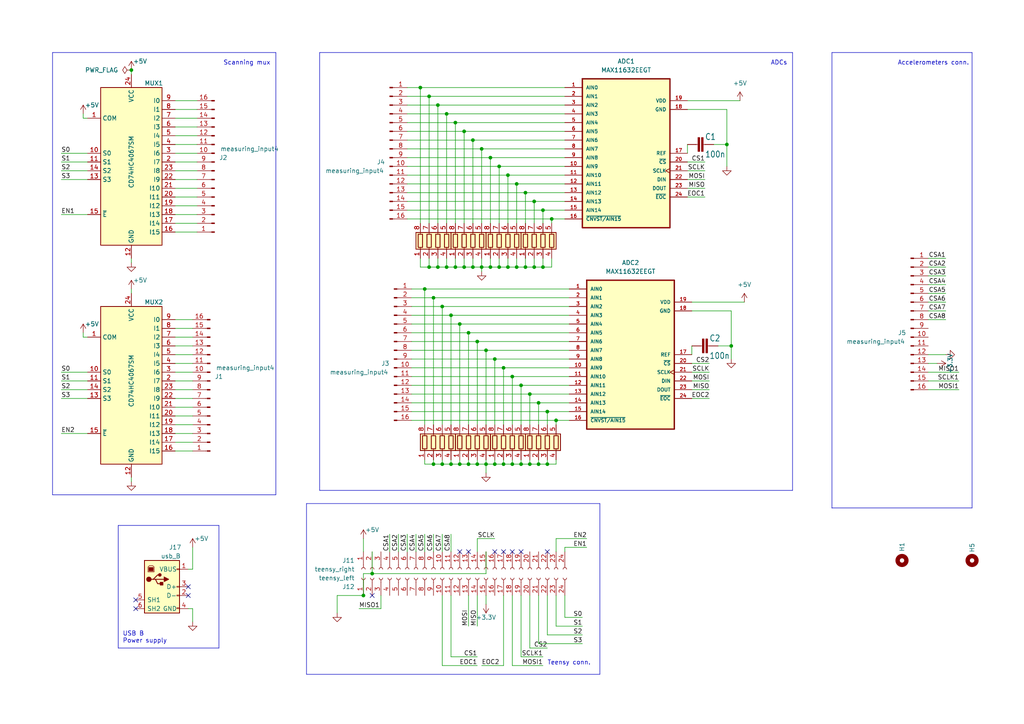
<source format=kicad_sch>
(kicad_sch (version 20230121) (generator eeschema)
  (paper "A4")
  (lib_symbols
    (symbol "74xx:CD74HC4067SM"
      (property "Reference" "U" (at -8.89 22.86 0))
      (property "Value" "CD74HC4067SM" (at 1.27 22.86 0))
      (symbol "CD74HC4067SM_0_1"
        (rectangle (start -8.89 21.59) (end 8.89 -24.13) (stroke (width 0.254)) (fill (type background)))
      )
      (symbol "CD74HC4067SM_1_1"
        (pin passive line (at -12.7 12.7 0) (length 3.81) (name "COM") (number "1"))
        (pin input line (at -12.7 2.54 0) (length 3.81) (name "S0") (number "10"))
        (pin input line (at -12.7 0 0) (length 3.81) (name "S1") (number "11"))
        (pin power_in line (at 0 -27.94 90) (length 3.81) (name "GND") (number "12"))
        (pin input line (at -12.7 -5.08 0) (length 3.81) (name "S3") (number "13"))
        (pin input line (at -12.7 -2.54 0) (length 3.81) (name "S2") (number "14"))
        (pin input line (at -12.7 -15.24 0) (length 3.81) (name "~{E}") (number "15"))
        (pin passive line (at 12.7 -20.32 180) (length 3.81) (name "I15") (number "16"))
        (pin passive line (at 12.7 -17.78 180) (length 3.81) (name "I14") (number "17"))
        (pin passive line (at 12.7 -15.24 180) (length 3.81) (name "I13") (number "18"))
        (pin passive line (at 12.7 -12.7 180) (length 3.81) (name "I12") (number "19"))
        (pin passive line (at 12.7 0 180) (length 3.81) (name "I7") (number "2"))
        (pin passive line (at 12.7 -10.16 180) (length 3.81) (name "I11") (number "20"))
        (pin passive line (at 12.7 -7.62 180) (length 3.81) (name "I10") (number "21"))
        (pin passive line (at 12.7 -5.08 180) (length 3.81) (name "I9") (number "22"))
        (pin passive line (at 12.7 -2.54 180) (length 3.81) (name "I8") (number "23"))
        (pin power_in line (at 0 25.4 270) (length 3.81) (name "VCC") (number "24"))
        (pin passive line (at 12.7 2.54 180) (length 3.81) (name "I6") (number "3"))
        (pin passive line (at 12.7 5.08 180) (length 3.81) (name "I5") (number "4"))
        (pin passive line (at 12.7 7.62 180) (length 3.81) (name "I4") (number "5"))
        (pin passive line (at 12.7 10.16 180) (length 3.81) (name "I3") (number "6"))
        (pin passive line (at 12.7 12.7 180) (length 3.81) (name "I2") (number "7"))
        (pin passive line (at 12.7 15.24 180) (length 3.81) (name "I1") (number "8"))
        (pin passive line (at 12.7 17.78 180) (length 3.81) (name "I0") (number "9"))
      )
    )
    (symbol "Connector:Conn_01x16_Pin" (pin_names (offset 1.016) hide)
      (property "Reference" "J" (at 0 20.32 0))
      (property "Value" "Conn_01x16_Pin" (at 0 -22.86 0))
      (symbol "Conn_01x16_Pin_1_1"
        (polyline (pts (xy 1.27 -20.32) (xy 0.8636 -20.32)) (stroke (width 0.1524)))
        (polyline (pts (xy 1.27 -17.78) (xy 0.8636 -17.78)) (stroke (width 0.1524)))
        (polyline (pts (xy 1.27 -15.24) (xy 0.8636 -15.24)) (stroke (width 0.1524)))
        (polyline (pts (xy 1.27 -12.7) (xy 0.8636 -12.7)) (stroke (width 0.1524)))
        (polyline (pts (xy 1.27 -10.16) (xy 0.8636 -10.16)) (stroke (width 0.1524)))
        (polyline (pts (xy 1.27 -7.62) (xy 0.8636 -7.62)) (stroke (width 0.1524)))
        (polyline (pts (xy 1.27 -5.08) (xy 0.8636 -5.08)) (stroke (width 0.1524)))
        (polyline (pts (xy 1.27 -2.54) (xy 0.8636 -2.54)) (stroke (width 0.1524)))
        (polyline (pts (xy 1.27 0) (xy 0.8636 0)) (stroke (width 0.1524)))
        (polyline (pts (xy 1.27 2.54) (xy 0.8636 2.54)) (stroke (width 0.1524)))
        (polyline (pts (xy 1.27 5.08) (xy 0.8636 5.08)) (stroke (width 0.1524)))
        (polyline (pts (xy 1.27 7.62) (xy 0.8636 7.62)) (stroke (width 0.1524)))
        (polyline (pts (xy 1.27 10.16) (xy 0.8636 10.16)) (stroke (width 0.1524)))
        (polyline (pts (xy 1.27 12.7) (xy 0.8636 12.7)) (stroke (width 0.1524)))
        (polyline (pts (xy 1.27 15.24) (xy 0.8636 15.24)) (stroke (width 0.1524)))
        (polyline (pts (xy 1.27 17.78) (xy 0.8636 17.78)) (stroke (width 0.1524)))
        (rectangle (start 0.8636 -20.193) (end 0 -20.447) (stroke (width 0.1524)) (fill (type outline)))
        (rectangle (start 0.8636 -17.653) (end 0 -17.907) (stroke (width 0.1524)) (fill (type outline)))
        (rectangle (start 0.8636 -15.113) (end 0 -15.367) (stroke (width 0.1524)) (fill (type outline)))
        (rectangle (start 0.8636 -12.573) (end 0 -12.827) (stroke (width 0.1524)) (fill (type outline)))
        (rectangle (start 0.8636 -10.033) (end 0 -10.287) (stroke (width 0.1524)) (fill (type outline)))
        (rectangle (start 0.8636 -7.493) (end 0 -7.747) (stroke (width 0.1524)) (fill (type outline)))
        (rectangle (start 0.8636 -4.953) (end 0 -5.207) (stroke (width 0.1524)) (fill (type outline)))
        (rectangle (start 0.8636 -2.413) (end 0 -2.667) (stroke (width 0.1524)) (fill (type outline)))
        (rectangle (start 0.8636 0.127) (end 0 -0.127) (stroke (width 0.1524)) (fill (type outline)))
        (rectangle (start 0.8636 2.667) (end 0 2.413) (stroke (width 0.1524)) (fill (type outline)))
        (rectangle (start 0.8636 5.207) (end 0 4.953) (stroke (width 0.1524)) (fill (type outline)))
        (rectangle (start 0.8636 7.747) (end 0 7.493) (stroke (width 0.1524)) (fill (type outline)))
        (rectangle (start 0.8636 10.287) (end 0 10.033) (stroke (width 0.1524)) (fill (type outline)))
        (rectangle (start 0.8636 12.827) (end 0 12.573) (stroke (width 0.1524)) (fill (type outline)))
        (rectangle (start 0.8636 15.367) (end 0 15.113) (stroke (width 0.1524)) (fill (type outline)))
        (rectangle (start 0.8636 17.907) (end 0 17.653) (stroke (width 0.1524)) (fill (type outline)))
        (pin passive line (at 5.08 17.78 180) (length 3.81) (name "Pin_1") (number "1"))
        (pin passive line (at 5.08 -5.08 180) (length 3.81) (name "Pin_10") (number "10"))
        (pin passive line (at 5.08 -7.62 180) (length 3.81) (name "Pin_11") (number "11"))
        (pin passive line (at 5.08 -10.16 180) (length 3.81) (name "Pin_12") (number "12"))
        (pin passive line (at 5.08 -12.7 180) (length 3.81) (name "Pin_13") (number "13"))
        (pin passive line (at 5.08 -15.24 180) (length 3.81) (name "Pin_14") (number "14"))
        (pin passive line (at 5.08 -17.78 180) (length 3.81) (name "Pin_15") (number "15"))
        (pin passive line (at 5.08 -20.32 180) (length 3.81) (name "Pin_16") (number "16"))
        (pin passive line (at 5.08 15.24 180) (length 3.81) (name "Pin_2") (number "2"))
        (pin passive line (at 5.08 12.7 180) (length 3.81) (name "Pin_3") (number "3"))
        (pin passive line (at 5.08 10.16 180) (length 3.81) (name "Pin_4") (number "4"))
        (pin passive line (at 5.08 7.62 180) (length 3.81) (name "Pin_5") (number "5"))
        (pin passive line (at 5.08 5.08 180) (length 3.81) (name "Pin_6") (number "6"))
        (pin passive line (at 5.08 2.54 180) (length 3.81) (name "Pin_7") (number "7"))
        (pin passive line (at 5.08 0 180) (length 3.81) (name "Pin_8") (number "8"))
        (pin passive line (at 5.08 -2.54 180) (length 3.81) (name "Pin_9") (number "9"))
      )
    )
    (symbol "Connector:Conn_01x24_Female" (pin_names (offset 1.016) hide)
      (property "Reference" "J" (at 0 30.48 0))
      (property "Value" "Conn_01x24_Female" (at 0 -33.02 0))
      (symbol "Conn_01x24_Female_1_1"
        (arc (start 0 -29.972) (mid -0.5058 -30.48) (end 0 -30.988) (stroke (width 0.1524)))
        (arc (start 0 -27.432) (mid -0.5058 -27.94) (end 0 -28.448) (stroke (width 0.1524)))
        (arc (start 0 -24.892) (mid -0.5058 -25.4) (end 0 -25.908) (stroke (width 0.1524)))
        (arc (start 0 -22.352) (mid -0.5058 -22.86) (end 0 -23.368) (stroke (width 0.1524)))
        (arc (start 0 -19.812) (mid -0.5058 -20.32) (end 0 -20.828) (stroke (width 0.1524)))
        (arc (start 0 -17.272) (mid -0.5058 -17.78) (end 0 -18.288) (stroke (width 0.1524)))
        (arc (start 0 -14.732) (mid -0.5058 -15.24) (end 0 -15.748) (stroke (width 0.1524)))
        (arc (start 0 -12.192) (mid -0.5058 -12.7) (end 0 -13.208) (stroke (width 0.1524)))
        (arc (start 0 -9.652) (mid -0.5058 -10.16) (end 0 -10.668) (stroke (width 0.1524)))
        (arc (start 0 -7.112) (mid -0.5058 -7.62) (end 0 -8.128) (stroke (width 0.1524)))
        (arc (start 0 -4.572) (mid -0.5058 -5.08) (end 0 -5.588) (stroke (width 0.1524)))
        (arc (start 0 -2.032) (mid -0.5058 -2.54) (end 0 -3.048) (stroke (width 0.1524)))
        (polyline (pts (xy -1.27 -30.48) (xy -0.508 -30.48)) (stroke (width 0.1524)))
        (polyline (pts (xy -1.27 -27.94) (xy -0.508 -27.94)) (stroke (width 0.1524)))
        (polyline (pts (xy -1.27 -25.4) (xy -0.508 -25.4)) (stroke (width 0.1524)))
        (polyline (pts (xy -1.27 -22.86) (xy -0.508 -22.86)) (stroke (width 0.1524)))
        (polyline (pts (xy -1.27 -20.32) (xy -0.508 -20.32)) (stroke (width 0.1524)))
        (polyline (pts (xy -1.27 -17.78) (xy -0.508 -17.78)) (stroke (width 0.1524)))
        (polyline (pts (xy -1.27 -15.24) (xy -0.508 -15.24)) (stroke (width 0.1524)))
        (polyline (pts (xy -1.27 -12.7) (xy -0.508 -12.7)) (stroke (width 0.1524)))
        (polyline (pts (xy -1.27 -10.16) (xy -0.508 -10.16)) (stroke (width 0.1524)))
        (polyline (pts (xy -1.27 -7.62) (xy -0.508 -7.62)) (stroke (width 0.1524)))
        (polyline (pts (xy -1.27 -5.08) (xy -0.508 -5.08)) (stroke (width 0.1524)))
        (polyline (pts (xy -1.27 -2.54) (xy -0.508 -2.54)) (stroke (width 0.1524)))
        (polyline (pts (xy -1.27 0) (xy -0.508 0)) (stroke (width 0.1524)))
        (polyline (pts (xy -1.27 2.54) (xy -0.508 2.54)) (stroke (width 0.1524)))
        (polyline (pts (xy -1.27 5.08) (xy -0.508 5.08)) (stroke (width 0.1524)))
        (polyline (pts (xy -1.27 7.62) (xy -0.508 7.62)) (stroke (width 0.1524)))
        (polyline (pts (xy -1.27 10.16) (xy -0.508 10.16)) (stroke (width 0.1524)))
        (polyline (pts (xy -1.27 12.7) (xy -0.508 12.7)) (stroke (width 0.1524)))
        (polyline (pts (xy -1.27 15.24) (xy -0.508 15.24)) (stroke (width 0.1524)))
        (polyline (pts (xy -1.27 17.78) (xy -0.508 17.78)) (stroke (width 0.1524)))
        (polyline (pts (xy -1.27 20.32) (xy -0.508 20.32)) (stroke (width 0.1524)))
        (polyline (pts (xy -1.27 22.86) (xy -0.508 22.86)) (stroke (width 0.1524)))
        (polyline (pts (xy -1.27 25.4) (xy -0.508 25.4)) (stroke (width 0.1524)))
        (polyline (pts (xy -1.27 27.94) (xy -0.508 27.94)) (stroke (width 0.1524)))
        (arc (start 0 0.508) (mid -0.5058 0) (end 0 -0.508) (stroke (width 0.1524)))
        (arc (start 0 3.048) (mid -0.5058 2.54) (end 0 2.032) (stroke (width 0.1524)))
        (arc (start 0 5.588) (mid -0.5058 5.08) (end 0 4.572) (stroke (width 0.1524)))
        (arc (start 0 8.128) (mid -0.5058 7.62) (end 0 7.112) (stroke (width 0.1524)))
        (arc (start 0 10.668) (mid -0.5058 10.16) (end 0 9.652) (stroke (width 0.1524)))
        (arc (start 0 13.208) (mid -0.5058 12.7) (end 0 12.192) (stroke (width 0.1524)))
        (arc (start 0 15.748) (mid -0.5058 15.24) (end 0 14.732) (stroke (width 0.1524)))
        (arc (start 0 18.288) (mid -0.5058 17.78) (end 0 17.272) (stroke (width 0.1524)))
        (arc (start 0 20.828) (mid -0.5058 20.32) (end 0 19.812) (stroke (width 0.1524)))
        (arc (start 0 23.368) (mid -0.5058 22.86) (end 0 22.352) (stroke (width 0.1524)))
        (arc (start 0 25.908) (mid -0.5058 25.4) (end 0 24.892) (stroke (width 0.1524)))
        (arc (start 0 28.448) (mid -0.5058 27.94) (end 0 27.432) (stroke (width 0.1524)))
        (pin passive line (at -5.08 27.94 0) (length 3.81) (name "Pin_1") (number "1"))
        (pin passive line (at -5.08 5.08 0) (length 3.81) (name "Pin_10") (number "10"))
        (pin passive line (at -5.08 2.54 0) (length 3.81) (name "Pin_11") (number "11"))
        (pin passive line (at -5.08 0 0) (length 3.81) (name "Pin_12") (number "12"))
        (pin passive line (at -5.08 -2.54 0) (length 3.81) (name "Pin_13") (number "13"))
        (pin passive line (at -5.08 -5.08 0) (length 3.81) (name "Pin_14") (number "14"))
        (pin passive line (at -5.08 -7.62 0) (length 3.81) (name "Pin_15") (number "15"))
        (pin passive line (at -5.08 -10.16 0) (length 3.81) (name "Pin_16") (number "16"))
        (pin passive line (at -5.08 -12.7 0) (length 3.81) (name "Pin_17") (number "17"))
        (pin passive line (at -5.08 -15.24 0) (length 3.81) (name "Pin_18") (number "18"))
        (pin passive line (at -5.08 -17.78 0) (length 3.81) (name "Pin_19") (number "19"))
        (pin passive line (at -5.08 25.4 0) (length 3.81) (name "Pin_2") (number "2"))
        (pin passive line (at -5.08 -20.32 0) (length 3.81) (name "Pin_20") (number "20"))
        (pin passive line (at -5.08 -22.86 0) (length 3.81) (name "Pin_21") (number "21"))
        (pin passive line (at -5.08 -25.4 0) (length 3.81) (name "Pin_22") (number "22"))
        (pin passive line (at -5.08 -27.94 0) (length 3.81) (name "Pin_23") (number "23"))
        (pin passive line (at -5.08 -30.48 0) (length 3.81) (name "Pin_24") (number "24"))
        (pin passive line (at -5.08 22.86 0) (length 3.81) (name "Pin_3") (number "3"))
        (pin passive line (at -5.08 20.32 0) (length 3.81) (name "Pin_4") (number "4"))
        (pin passive line (at -5.08 17.78 0) (length 3.81) (name "Pin_5") (number "5"))
        (pin passive line (at -5.08 15.24 0) (length 3.81) (name "Pin_6") (number "6"))
        (pin passive line (at -5.08 12.7 0) (length 3.81) (name "Pin_7") (number "7"))
        (pin passive line (at -5.08 10.16 0) (length 3.81) (name "Pin_8") (number "8"))
        (pin passive line (at -5.08 7.62 0) (length 3.81) (name "Pin_9") (number "9"))
      )
    )
    (symbol "Device:R_Pack04" (pin_names (offset 0) hide)
      (property "Reference" "RN" (at -7.62 0 90))
      (property "Value" "R_Pack04" (at 5.08 0 90))
      (symbol "R_Pack04_0_1"
        (rectangle (start -6.35 -2.413) (end 3.81 2.413) (stroke (width 0.254)) (fill (type background)))
        (rectangle (start -5.715 1.905) (end -4.445 -1.905) (stroke (width 0.254)))
        (rectangle (start -3.175 1.905) (end -1.905 -1.905) (stroke (width 0.254)))
        (rectangle (start -0.635 1.905) (end 0.635 -1.905) (stroke (width 0.254)))
        (polyline (pts (xy -5.08 -2.54) (xy -5.08 -1.905)))
        (polyline (pts (xy -5.08 1.905) (xy -5.08 2.54)))
        (polyline (pts (xy -2.54 -2.54) (xy -2.54 -1.905)))
        (polyline (pts (xy -2.54 1.905) (xy -2.54 2.54)))
        (polyline (pts (xy 0 -2.54) (xy 0 -1.905)))
        (polyline (pts (xy 0 1.905) (xy 0 2.54)))
        (polyline (pts (xy 2.54 -2.54) (xy 2.54 -1.905)))
        (polyline (pts (xy 2.54 1.905) (xy 2.54 2.54)))
        (rectangle (start 1.905 1.905) (end 3.175 -1.905) (stroke (width 0.254)))
      )
      (symbol "R_Pack04_1_1"
        (pin passive line (at -5.08 -5.08 90) (length 2.54) (name "R1.1") (number "1"))
        (pin passive line (at -2.54 -5.08 90) (length 2.54) (name "R2.1") (number "2"))
        (pin passive line (at 0 -5.08 90) (length 2.54) (name "R3.1") (number "3"))
        (pin passive line (at 2.54 -5.08 90) (length 2.54) (name "R4.1") (number "4"))
        (pin passive line (at 2.54 5.08 270) (length 2.54) (name "R4.2") (number "5"))
        (pin passive line (at 0 5.08 270) (length 2.54) (name "R3.2") (number "6"))
        (pin passive line (at -2.54 5.08 270) (length 2.54) (name "R2.2") (number "7"))
        (pin passive line (at -5.08 5.08 270) (length 2.54) (name "R1.2") (number "8"))
      )
    )
    (symbol "MAX11632EEGT:MAX11632EEGT" (pin_names (offset 1.016))
      (property "Reference" "U?" (at 0 29.21 0))
      (property "Value" "MAX11632EEGT" (at 0 26.67 0))
      (symbol "MAX11632EEGT_0_0"
        (rectangle (start -12.7 27.94) (end 12.7 -15.24) (stroke (width 0.4064)) (fill (type background)))
        (pin input line (at -17.78 25.4 0) (length 5.08) (name "AIN0") (number "1"))
        (pin input line (at -17.78 2.54 0) (length 5.08) (name "AIN9") (number "10"))
        (pin input line (at -17.78 0 0) (length 5.08) (name "AIN10") (number "11"))
        (pin input line (at -17.78 -2.54 0) (length 5.08) (name "AIN11") (number "12"))
        (pin input line (at -17.78 -5.08 0) (length 5.08) (name "AIN12") (number "13"))
        (pin input line (at -17.78 -7.62 0) (length 5.08) (name "AIN13") (number "14"))
        (pin input line (at -17.78 -10.16 0) (length 5.08) (name "AIN14") (number "15"))
        (pin input line (at -17.78 -12.7 0) (length 5.08) (name "~{CNVST/AIN15}") (number "16"))
        (pin input line (at 17.78 6.35 180) (length 5.08) (name "REF") (number "17"))
        (pin power_in line (at 17.78 19.05 180) (length 5.08) (name "GND") (number "18"))
        (pin power_in line (at 17.78 21.59 180) (length 5.08) (name "VDD") (number "19"))
        (pin input line (at -17.78 22.86 0) (length 5.08) (name "AIN1") (number "2"))
        (pin bidirectional line (at 17.78 3.81 180) (length 5.08) (name "~{CS}") (number "20"))
        (pin input clock (at 17.78 1.27 180) (length 5.08) (name "SCLK") (number "21"))
        (pin input line (at 17.78 -1.27 180) (length 5.08) (name "DIN") (number "22"))
        (pin output line (at 17.78 -3.81 180) (length 5.08) (name "DOUT") (number "23"))
        (pin bidirectional line (at 17.78 -6.35 180) (length 5.08) (name "~{EOC}") (number "24"))
        (pin input line (at -17.78 20.32 0) (length 5.08) (name "AIN2") (number "3"))
        (pin input line (at -17.78 17.78 0) (length 5.08) (name "AIN3") (number "4"))
        (pin input line (at -17.78 15.24 0) (length 5.08) (name "AIN4") (number "5"))
        (pin input line (at -17.78 12.7 0) (length 5.08) (name "AIN5") (number "6"))
        (pin input line (at -17.78 10.16 0) (length 5.08) (name "AIN6") (number "7"))
        (pin input line (at -17.78 7.62 0) (length 5.08) (name "AIN7") (number "8"))
        (pin input line (at -17.78 5.08 0) (length 5.08) (name "AIN8") (number "9"))
      )
    )
    (symbol "Mechanical:MountingHole" (pin_names (offset 1.016))
      (property "Reference" "H" (at 0 5.08 0))
      (property "Value" "MountingHole" (at 0 3.175 0))
      (symbol "MountingHole_0_1"
        (circle (center 0 0) (radius 1.27) (stroke (width 1.27)))
      )
    )
    (symbol "fsr_array-eagle-import:C-EUC0603"
      (property "Reference" "C" (at 1.524 0.381 0))
      (property "Value" "C-EUC0603" (at 1.524 -4.699 0))
      (symbol "C-EUC0603_1_0"
        (rectangle (start -2.032 -2.032) (end 2.032 -1.524) (fill (type outline)))
        (rectangle (start -2.032 -1.016) (end 2.032 -0.508) (fill (type outline)))
        (polyline (pts (xy 0 -2.54) (xy 0 -2.032)) (stroke (width 0.1524)))
        (polyline (pts (xy 0 0) (xy 0 -0.508)) (stroke (width 0.1524)))
        (pin passive line (at 0 2.54 270) (length 2.54) (name "1") (number "1"))
        (pin passive line (at 0 -5.08 90) (length 2.54) (name "2") (number "2"))
      )
    )
    (symbol "power:+3.3V" (power) (pin_names (offset 0))
      (property "Value" "+3.3V" (at 0 3.556 0))
      (symbol "+3.3V_0_1"
        (polyline (pts (xy -0.762 1.27) (xy 0 2.54)))
        (polyline (pts (xy 0 0) (xy 0 2.54)))
        (polyline (pts (xy 0 2.54) (xy 0.762 1.27)))
      )
      (symbol "+3.3V_1_1"
        (pin power_in line (at 0 0 90) (length 0) hide (name "+3.3V") (number "1"))
      )
    )
    (symbol "power:+5V" (power) (pin_names (offset 0))
      (property "Value" "+5V" (at 0 3.556 0))
      (symbol "+5V_0_1"
        (polyline (pts (xy -0.762 1.27) (xy 0 2.54)))
        (polyline (pts (xy 0 0) (xy 0 2.54)))
        (polyline (pts (xy 0 2.54) (xy 0.762 1.27)))
      )
      (symbol "+5V_1_1"
        (pin power_in line (at 0 0 90) (length 0) hide (name "+5V") (number "1"))
      )
    )
    (symbol "power:GND" (power) (pin_names (offset 0))
      (property "Value" "GND" (at 0 -3.81 0))
      (symbol "GND_0_1"
        (polyline (pts (xy 0 0) (xy 0 -1.27) (xy 1.27 -1.27) (xy 0 -2.54) (xy -1.27 -1.27) (xy 0 -1.27)))
      )
      (symbol "GND_1_1"
        (pin power_in line (at 0 0 270) (length 0) hide (name "GND") (number "1"))
      )
    )
    (symbol "power:PWR_FLAG" (power) (pin_numbers hide) (pin_names (offset 0) hide)
      (property "Value" "PWR_FLAG" (at 0 3.81 0))
      (symbol "PWR_FLAG_0_0"
        (pin power_out line (at 0 0 90) (length 0) (name "pwr") (number "1"))
      )
      (symbol "PWR_FLAG_0_1"
        (polyline (pts (xy 0 0) (xy 0 1.27) (xy -1.016 1.905) (xy 0 2.54) (xy 1.016 1.905) (xy 0 1.27)))
      )
    )
    (symbol "usbB_stewart:usb_B" (pin_names (offset 0.762))
      (property "Reference" "J" (at 5.08 3.81 0))
      (property "Value" "usb_B" (at 5.08 1.27 0))
      (symbol "usb_B_0_0"
        (pin passive line (at -2.54 -11.43 0) (length 2.54) (name "SH1") (number "5"))
        (pin passive line (at -2.54 -13.97 0) (length 2.54) (name "SH2") (number "6"))
      )
      (symbol "usb_B_0_1"
        (rectangle (start 0 -15.24) (end 10.16 0) (stroke (width 0.254)) (fill (type background)))
        (polyline (pts (xy 3.175 -5.461) (xy 5.715 -5.461)) (stroke (width 0.254)))
        (polyline (pts (xy 1.905 -5.461) (xy 2.54 -5.461) (xy 3.81 -4.191) (xy 4.445 -4.191)) (stroke (width 0.254)))
        (polyline (pts (xy 2.54 -5.461) (xy 3.175 -5.461) (xy 3.81 -6.731) (xy 5.08 -6.731)) (stroke (width 0.254)))
        (polyline (pts (xy 5.715 -4.826) (xy 5.715 -6.096) (xy 6.985 -5.461) (xy 5.715 -4.826)) (stroke (width 0.254)) (fill (type outline)))
        (polyline (pts (xy 1.016 -3.302) (xy 2.794 -3.302) (xy 2.794 -1.905) (xy 2.413 -1.524) (xy 1.397 -1.524) (xy 1.016 -1.905) (xy 1.016 -3.302)))
        (circle (center 1.27 -5.461) (radius 0.635) (stroke (width 0.254)) (fill (type outline)))
        (rectangle (start 1.27 -2.032) (end 2.54 -3.048) (fill (type outline)))
        (circle (center 4.445 -4.191) (radius 0.381) (stroke (width 0.254)) (fill (type outline)))
        (rectangle (start 5.334 -6.35) (end 4.572 -7.112) (stroke (width 0.254)) (fill (type outline)))
        (rectangle (start 10.16 -13.97) (end 9.398 -13.716))
        (rectangle (start 10.16 -10.287) (end 9.398 -10.033))
        (rectangle (start 10.16 -7.747) (end 9.398 -7.493))
        (rectangle (start 10.16 -2.667) (end 9.398 -2.413))
      )
      (symbol "usb_B_1_1"
        (pin power_out line (at 12.7 -2.54 180) (length 2.54) (name "VBUS") (number "1"))
        (pin bidirectional line (at 12.7 -10.16 180) (length 2.54) (name "D-") (number "2"))
        (pin bidirectional line (at 12.7 -7.62 180) (length 2.54) (name "D+") (number "3"))
        (pin power_out line (at 12.7 -13.97 180) (length 2.54) (name "GND") (number "4"))
      )
    )
  )
  (junction (at 142.24 45.72))
  (junction (at 144.78 77.47))
  (junction (at 135.89 96.52))
  (junction (at 127 77.47))
  (junction (at 139.7 43.18))
  (junction (at 132.08 77.47))
  (junction (at 154.94 77.47))
  (junction (at 121.92 25.4))
  (junction (at 137.16 77.47))
  (junction (at 125.73 134.62))
  (junction (at 151.13 134.62))
  (junction (at 138.43 134.62))
  (junction (at 140.97 101.6))
  (junction (at 140.97 134.62))
  (junction (at 127 30.48))
  (junction (at 151.13 111.76))
  (junction (at 210.82 41.91))
  (junction (at 130.81 91.44))
  (junction (at 144.78 48.26))
  (junction (at 143.51 104.14))
  (junction (at 153.67 134.62))
  (junction (at 134.62 38.1))
  (junction (at 158.75 119.38))
  (junction (at 149.86 53.34))
  (junction (at 138.43 99.06))
  (junction (at 146.05 106.68))
  (junction (at 130.81 134.62))
  (junction (at 160.02 63.5))
  (junction (at 148.59 109.22))
  (junction (at 212.09 100.33))
  (junction (at 156.21 116.84))
  (junction (at 156.21 134.62))
  (junction (at 133.35 93.98))
  (junction (at 157.48 60.96))
  (junction (at 134.62 77.47))
  (junction (at 152.4 77.47))
  (junction (at 125.73 86.36))
  (junction (at 38.1 20.32))
  (junction (at 152.4 55.88))
  (junction (at 161.29 121.92))
  (junction (at 123.19 83.82))
  (junction (at 129.54 33.02))
  (junction (at 153.67 114.3))
  (junction (at 129.54 77.47))
  (junction (at 128.27 88.9))
  (junction (at 157.48 77.47))
  (junction (at 124.46 77.47))
  (junction (at 128.27 134.62))
  (junction (at 148.59 134.62))
  (junction (at 143.51 134.62))
  (junction (at 147.32 50.8))
  (junction (at 107.95 166.37))
  (junction (at 139.7 77.47))
  (junction (at 133.35 134.62))
  (junction (at 132.08 35.56))
  (junction (at 142.24 77.47))
  (junction (at 154.94 58.42))
  (junction (at 135.89 134.62))
  (junction (at 147.32 77.47))
  (junction (at 158.75 134.62))
  (junction (at 124.46 27.94))
  (junction (at 137.16 40.64))
  (junction (at 146.05 134.62))
  (junction (at 105.41 172.72))
  (junction (at 149.86 77.47))
  (no_connect (at 133.35 160.02))
  (no_connect (at 54.61 172.72))
  (no_connect (at 146.05 160.02))
  (no_connect (at 158.75 160.02))
  (no_connect (at 135.89 160.02))
  (no_connect (at 39.37 173.99))
  (no_connect (at 143.51 160.02))
  (no_connect (at 148.59 160.02))
  (no_connect (at 107.95 172.72))
  (no_connect (at 151.13 160.02))
  (no_connect (at 54.61 170.18))
  (no_connect (at 39.37 176.53))
  (wire (pts (xy 161.29 123.19) (xy 161.29 121.92)))
  (wire (pts (xy 128.27 193.04) (xy 138.43 193.04)))
  (wire (pts (xy 119.38 101.6) (xy 140.97 101.6)))
  (wire (pts (xy 153.67 187.96) (xy 158.75 187.96)))
  (wire (pts (xy 134.62 74.93) (xy 134.62 77.47)))
  (wire (pts (xy 118.11 160.02) (xy 118.11 154.94)))
  (wire (pts (xy 158.75 172.72) (xy 158.75 184.15)))
  (wire (pts (xy 139.7 64.77) (xy 139.7 43.18)))
  (wire (pts (xy 200.66 90.17) (xy 212.09 90.17)))
  (wire (pts (xy 156.21 172.72) (xy 156.21 186.69)))
  (wire (pts (xy 138.43 134.62) (xy 140.97 134.62)))
  (polyline (pts (xy 92.71 15.24) (xy 229.87 15.24)))
  (wire (pts (xy 156.21 134.62) (xy 153.67 134.62)))
  (wire (pts (xy 119.38 83.82) (xy 123.19 83.82)))
  (wire (pts (xy 128.27 134.62) (xy 130.81 134.62)))
  (wire (pts (xy 55.88 113.03) (xy 50.8 113.03)))
  (wire (pts (xy 123.19 133.35) (xy 123.19 134.62)))
  (wire (pts (xy 105.41 172.72) (xy 97.79 172.72)))
  (wire (pts (xy 55.88 97.79) (xy 50.8 97.79)))
  (wire (pts (xy 152.4 64.77) (xy 152.4 55.88)))
  (wire (pts (xy 119.38 86.36) (xy 125.73 86.36)))
  (wire (pts (xy 143.51 134.62) (xy 140.97 134.62)))
  (wire (pts (xy 57.15 34.29) (xy 50.8 34.29)))
  (wire (pts (xy 140.97 166.37) (xy 107.95 166.37)))
  (wire (pts (xy 55.88 128.27) (xy 50.8 128.27)))
  (wire (pts (xy 149.86 77.47) (xy 147.32 77.47)))
  (wire (pts (xy 110.49 172.72) (xy 110.49 176.53)))
  (polyline (pts (xy 80.01 143.51) (xy 80.01 15.24)))
  (wire (pts (xy 57.15 57.15) (xy 50.8 57.15)))
  (wire (pts (xy 132.08 64.77) (xy 132.08 35.56)))
  (wire (pts (xy 158.75 119.38) (xy 165.1 119.38)))
  (wire (pts (xy 118.11 25.4) (xy 121.92 25.4)))
  (wire (pts (xy 207.01 41.91) (xy 210.82 41.91)))
  (wire (pts (xy 139.7 74.93) (xy 139.7 77.47)))
  (wire (pts (xy 130.81 172.72) (xy 130.81 190.5)))
  (wire (pts (xy 139.7 43.18) (xy 163.83 43.18)))
  (wire (pts (xy 118.11 38.1) (xy 134.62 38.1)))
  (wire (pts (xy 199.39 46.99) (xy 204.47 46.99)))
  (wire (pts (xy 168.91 179.07) (xy 163.83 179.07)))
  (polyline (pts (xy 241.3 15.24) (xy 281.94 15.24)))
  (wire (pts (xy 135.89 133.35) (xy 135.89 134.62)))
  (wire (pts (xy 269.24 87.63) (xy 274.32 87.63)))
  (wire (pts (xy 144.78 74.93) (xy 144.78 77.47)))
  (wire (pts (xy 128.27 133.35) (xy 128.27 134.62)))
  (wire (pts (xy 151.13 123.19) (xy 151.13 111.76)))
  (wire (pts (xy 151.13 111.76) (xy 165.1 111.76)))
  (wire (pts (xy 119.38 114.3) (xy 153.67 114.3)))
  (wire (pts (xy 128.27 88.9) (xy 165.1 88.9)))
  (wire (pts (xy 274.32 77.47) (xy 269.24 77.47)))
  (wire (pts (xy 118.11 30.48) (xy 127 30.48)))
  (wire (pts (xy 24.13 97.79) (xy 24.13 96.52)))
  (wire (pts (xy 38.1 74.93) (xy 38.1 76.2)))
  (wire (pts (xy 123.19 134.62) (xy 125.73 134.62)))
  (wire (pts (xy 149.86 53.34) (xy 163.83 53.34)))
  (polyline (pts (xy 88.9 146.05) (xy 173.99 146.05)))
  (wire (pts (xy 142.24 45.72) (xy 163.83 45.72)))
  (wire (pts (xy 118.11 43.18) (xy 139.7 43.18)))
  (polyline (pts (xy 241.3 147.32) (xy 241.3 147.32)))
  (wire (pts (xy 157.48 60.96) (xy 163.83 60.96)))
  (wire (pts (xy 146.05 133.35) (xy 146.05 134.62)))
  (wire (pts (xy 199.39 54.61) (xy 204.47 54.61)))
  (wire (pts (xy 139.7 78.74) (xy 139.7 77.47)))
  (wire (pts (xy 130.81 134.62) (xy 133.35 134.62)))
  (polyline (pts (xy 229.87 15.24) (xy 229.87 142.24)))
  (wire (pts (xy 119.38 106.68) (xy 146.05 106.68)))
  (wire (pts (xy 105.41 172.72) (xy 105.41 166.37)))
  (polyline (pts (xy 173.99 195.58) (xy 88.9 195.58)))
  (wire (pts (xy 57.15 31.75) (xy 50.8 31.75)))
  (wire (pts (xy 55.88 95.25) (xy 50.8 95.25)))
  (wire (pts (xy 121.92 25.4) (xy 163.83 25.4)))
  (wire (pts (xy 152.4 77.47) (xy 149.86 77.47)))
  (wire (pts (xy 107.95 166.37) (xy 107.95 160.02)))
  (wire (pts (xy 140.97 101.6) (xy 165.1 101.6)))
  (wire (pts (xy 161.29 134.62) (xy 158.75 134.62)))
  (wire (pts (xy 17.78 107.95) (xy 25.4 107.95)))
  (wire (pts (xy 25.4 97.79) (xy 24.13 97.79)))
  (polyline (pts (xy 34.29 152.4) (xy 63.5 152.4)))
  (wire (pts (xy 135.89 134.62) (xy 138.43 134.62)))
  (wire (pts (xy 127 64.77) (xy 127 30.48)))
  (wire (pts (xy 57.15 54.61) (xy 50.8 54.61)))
  (wire (pts (xy 154.94 74.93) (xy 154.94 77.47)))
  (wire (pts (xy 24.13 33.02) (xy 24.13 34.29)))
  (wire (pts (xy 105.41 166.37) (xy 107.95 166.37)))
  (wire (pts (xy 118.11 53.34) (xy 149.86 53.34)))
  (polyline (pts (xy 63.5 152.4) (xy 63.5 187.96)))
  (wire (pts (xy 133.35 93.98) (xy 165.1 93.98)))
  (wire (pts (xy 143.51 104.14) (xy 165.1 104.14)))
  (wire (pts (xy 17.78 46.99) (xy 25.4 46.99)))
  (wire (pts (xy 135.89 172.72) (xy 135.89 181.61)))
  (wire (pts (xy 57.15 59.69) (xy 50.8 59.69)))
  (wire (pts (xy 200.66 100.33) (xy 200.66 102.87)))
  (wire (pts (xy 152.4 74.93) (xy 152.4 77.47)))
  (wire (pts (xy 133.35 133.35) (xy 133.35 134.62)))
  (wire (pts (xy 142.24 64.77) (xy 142.24 45.72)))
  (wire (pts (xy 157.48 77.47) (xy 154.94 77.47)))
  (wire (pts (xy 146.05 134.62) (xy 143.51 134.62)))
  (polyline (pts (xy 241.3 147.32) (xy 241.3 15.24)))
  (wire (pts (xy 57.15 39.37) (xy 50.8 39.37)))
  (wire (pts (xy 127 77.47) (xy 129.54 77.47)))
  (wire (pts (xy 148.59 133.35) (xy 148.59 134.62)))
  (wire (pts (xy 55.88 176.53) (xy 54.61 176.53)))
  (wire (pts (xy 55.88 125.73) (xy 50.8 125.73)))
  (wire (pts (xy 271.78 105.41) (xy 269.24 105.41)))
  (wire (pts (xy 148.59 193.04) (xy 157.48 193.04)))
  (wire (pts (xy 160.02 64.77) (xy 160.02 63.5)))
  (wire (pts (xy 153.67 123.19) (xy 153.67 114.3)))
  (wire (pts (xy 161.29 160.02) (xy 161.29 156.21)))
  (wire (pts (xy 55.88 120.65) (xy 50.8 120.65)))
  (wire (pts (xy 161.29 121.92) (xy 165.1 121.92)))
  (wire (pts (xy 156.21 123.19) (xy 156.21 116.84)))
  (wire (pts (xy 17.78 44.45) (xy 25.4 44.45)))
  (wire (pts (xy 151.13 190.5) (xy 157.48 190.5)))
  (wire (pts (xy 54.61 165.1) (xy 55.88 165.1)))
  (wire (pts (xy 212.09 100.33) (xy 212.09 104.14)))
  (wire (pts (xy 128.27 154.94) (xy 128.27 160.02)))
  (wire (pts (xy 143.51 133.35) (xy 143.51 134.62)))
  (wire (pts (xy 119.38 104.14) (xy 143.51 104.14)))
  (wire (pts (xy 119.38 111.76) (xy 151.13 111.76)))
  (wire (pts (xy 200.66 115.57) (xy 205.74 115.57)))
  (wire (pts (xy 130.81 133.35) (xy 130.81 134.62)))
  (wire (pts (xy 156.21 116.84) (xy 165.1 116.84)))
  (wire (pts (xy 118.11 27.94) (xy 124.46 27.94)))
  (wire (pts (xy 130.81 91.44) (xy 165.1 91.44)))
  (wire (pts (xy 57.15 49.53) (xy 50.8 49.53)))
  (wire (pts (xy 199.39 49.53) (xy 204.47 49.53)))
  (polyline (pts (xy 88.9 146.05) (xy 88.9 195.58)))
  (wire (pts (xy 17.78 115.57) (xy 25.4 115.57)))
  (wire (pts (xy 158.75 133.35) (xy 158.75 134.62)))
  (wire (pts (xy 144.78 77.47) (xy 142.24 77.47)))
  (wire (pts (xy 269.24 107.95) (xy 278.13 107.95)))
  (wire (pts (xy 125.73 86.36) (xy 165.1 86.36)))
  (wire (pts (xy 269.24 85.09) (xy 274.32 85.09)))
  (wire (pts (xy 269.24 74.93) (xy 274.32 74.93)))
  (wire (pts (xy 154.94 58.42) (xy 163.83 58.42)))
  (wire (pts (xy 125.73 123.19) (xy 125.73 86.36)))
  (wire (pts (xy 149.86 74.93) (xy 149.86 77.47)))
  (wire (pts (xy 55.88 118.11) (xy 50.8 118.11)))
  (wire (pts (xy 153.67 172.72) (xy 153.67 187.96)))
  (wire (pts (xy 274.32 92.71) (xy 269.24 92.71)))
  (wire (pts (xy 151.13 134.62) (xy 148.59 134.62)))
  (wire (pts (xy 199.39 44.45) (xy 199.39 41.91)))
  (wire (pts (xy 129.54 77.47) (xy 132.08 77.47)))
  (wire (pts (xy 200.66 87.63) (xy 215.9 87.63)))
  (wire (pts (xy 158.75 123.19) (xy 158.75 119.38)))
  (wire (pts (xy 132.08 77.47) (xy 134.62 77.47)))
  (wire (pts (xy 148.59 109.22) (xy 165.1 109.22)))
  (wire (pts (xy 57.15 44.45) (xy 50.8 44.45)))
  (wire (pts (xy 200.66 113.03) (xy 205.74 113.03)))
  (wire (pts (xy 118.11 35.56) (xy 132.08 35.56)))
  (polyline (pts (xy 281.94 15.24) (xy 281.94 147.32)))
  (wire (pts (xy 118.11 45.72) (xy 142.24 45.72)))
  (wire (pts (xy 137.16 40.64) (xy 163.83 40.64)))
  (wire (pts (xy 55.88 102.87) (xy 50.8 102.87)))
  (wire (pts (xy 128.27 172.72) (xy 128.27 193.04)))
  (wire (pts (xy 143.51 156.21) (xy 138.43 156.21)))
  (wire (pts (xy 149.86 64.77) (xy 149.86 53.34)))
  (wire (pts (xy 151.13 133.35) (xy 151.13 134.62)))
  (wire (pts (xy 154.94 77.47) (xy 152.4 77.47)))
  (wire (pts (xy 57.15 67.31) (xy 50.8 67.31)))
  (wire (pts (xy 57.15 36.83) (xy 50.8 36.83)))
  (wire (pts (xy 129.54 33.02) (xy 163.83 33.02)))
  (wire (pts (xy 132.08 35.56) (xy 163.83 35.56)))
  (wire (pts (xy 119.38 109.22) (xy 148.59 109.22)))
  (wire (pts (xy 160.02 63.5) (xy 163.83 63.5)))
  (wire (pts (xy 140.97 133.35) (xy 140.97 134.62)))
  (wire (pts (xy 17.78 125.73) (xy 25.4 125.73)))
  (wire (pts (xy 105.41 156.21) (xy 105.41 160.02)))
  (wire (pts (xy 119.38 119.38) (xy 158.75 119.38)))
  (wire (pts (xy 124.46 64.77) (xy 124.46 27.94)))
  (wire (pts (xy 199.39 29.21) (xy 214.63 29.21)))
  (wire (pts (xy 146.05 172.72) (xy 146.05 193.04)))
  (wire (pts (xy 17.78 49.53) (xy 25.4 49.53)))
  (wire (pts (xy 163.83 172.72) (xy 163.83 179.07)))
  (wire (pts (xy 134.62 38.1) (xy 163.83 38.1)))
  (wire (pts (xy 269.24 110.49) (xy 278.13 110.49)))
  (wire (pts (xy 119.38 93.98) (xy 133.35 93.98)))
  (wire (pts (xy 38.1 20.32) (xy 38.1 21.59)))
  (wire (pts (xy 148.59 123.19) (xy 148.59 109.22)))
  (polyline (pts (xy 281.94 147.32) (xy 241.3 147.32)))
  (wire (pts (xy 55.88 130.81) (xy 50.8 130.81)))
  (wire (pts (xy 119.38 96.52) (xy 135.89 96.52)))
  (wire (pts (xy 124.46 27.94) (xy 163.83 27.94)))
  (wire (pts (xy 118.11 50.8) (xy 147.32 50.8)))
  (wire (pts (xy 137.16 74.93) (xy 137.16 77.47)))
  (wire (pts (xy 113.03 160.02) (xy 113.03 154.94)))
  (wire (pts (xy 139.7 193.04) (xy 146.05 193.04)))
  (wire (pts (xy 138.43 123.19) (xy 138.43 99.06)))
  (wire (pts (xy 55.88 180.34) (xy 55.88 176.53)))
  (wire (pts (xy 38.1 83.82) (xy 38.1 85.09)))
  (wire (pts (xy 146.05 123.19) (xy 146.05 106.68)))
  (wire (pts (xy 200.66 110.49) (xy 205.74 110.49)))
  (wire (pts (xy 147.32 50.8) (xy 163.83 50.8)))
  (wire (pts (xy 119.38 99.06) (xy 138.43 99.06)))
  (wire (pts (xy 160.02 74.93) (xy 160.02 77.47)))
  (wire (pts (xy 135.89 123.19) (xy 135.89 96.52)))
  (wire (pts (xy 57.15 46.99) (xy 50.8 46.99)))
  (polyline (pts (xy 34.29 152.4) (xy 34.29 187.96)))
  (wire (pts (xy 128.27 123.19) (xy 128.27 88.9)))
  (wire (pts (xy 212.09 90.17) (xy 212.09 100.33)))
  (wire (pts (xy 146.05 106.68) (xy 165.1 106.68)))
  (wire (pts (xy 17.78 62.23) (xy 25.4 62.23)))
  (wire (pts (xy 55.88 105.41) (xy 50.8 105.41)))
  (wire (pts (xy 132.08 74.93) (xy 132.08 77.47)))
  (wire (pts (xy 199.39 31.75) (xy 210.82 31.75)))
  (wire (pts (xy 152.4 55.88) (xy 163.83 55.88)))
  (wire (pts (xy 269.24 82.55) (xy 274.32 82.55)))
  (polyline (pts (xy 15.24 15.24) (xy 15.24 143.51)))
  (wire (pts (xy 147.32 64.77) (xy 147.32 50.8)))
  (wire (pts (xy 118.11 40.64) (xy 137.16 40.64)))
  (wire (pts (xy 121.92 77.47) (xy 124.46 77.47)))
  (wire (pts (xy 17.78 113.03) (xy 25.4 113.03)))
  (wire (pts (xy 97.79 172.72) (xy 97.79 177.8)))
  (wire (pts (xy 269.24 102.87) (xy 274.32 102.87)))
  (wire (pts (xy 118.11 55.88) (xy 152.4 55.88)))
  (wire (pts (xy 38.1 138.43) (xy 38.1 139.7)))
  (polyline (pts (xy 229.87 142.24) (xy 92.71 142.24)))
  (wire (pts (xy 161.29 133.35) (xy 161.29 134.62)))
  (wire (pts (xy 142.24 74.93) (xy 142.24 77.47)))
  (wire (pts (xy 140.97 175.26) (xy 140.97 172.72)))
  (wire (pts (xy 160.02 77.47) (xy 157.48 77.47)))
  (wire (pts (xy 200.66 107.95) (xy 205.74 107.95)))
  (wire (pts (xy 130.81 123.19) (xy 130.81 91.44)))
  (wire (pts (xy 125.73 160.02) (xy 125.73 154.94)))
  (wire (pts (xy 17.78 110.49) (xy 25.4 110.49)))
  (wire (pts (xy 119.38 91.44) (xy 130.81 91.44)))
  (wire (pts (xy 118.11 63.5) (xy 160.02 63.5)))
  (wire (pts (xy 110.49 176.53) (xy 104.14 176.53)))
  (wire (pts (xy 138.43 172.72) (xy 138.43 181.61)))
  (wire (pts (xy 57.15 29.21) (xy 50.8 29.21)))
  (wire (pts (xy 210.82 31.75) (xy 210.82 41.91)))
  (wire (pts (xy 138.43 156.21) (xy 138.43 160.02)))
  (wire (pts (xy 157.48 64.77) (xy 157.48 60.96)))
  (wire (pts (xy 57.15 52.07) (xy 50.8 52.07)))
  (wire (pts (xy 168.91 186.69) (xy 156.21 186.69)))
  (wire (pts (xy 24.13 34.29) (xy 25.4 34.29)))
  (wire (pts (xy 168.91 184.15) (xy 158.75 184.15)))
  (wire (pts (xy 135.89 96.52) (xy 165.1 96.52)))
  (wire (pts (xy 124.46 77.47) (xy 127 77.47)))
  (wire (pts (xy 55.88 100.33) (xy 50.8 100.33)))
  (wire (pts (xy 55.88 115.57) (xy 50.8 115.57)))
  (wire (pts (xy 127 74.93) (xy 127 77.47)))
  (wire (pts (xy 168.91 181.61) (xy 161.29 181.61)))
  (polyline (pts (xy 15.24 143.51) (xy 80.01 143.51)))
  (wire (pts (xy 200.66 105.41) (xy 205.74 105.41)))
  (wire (pts (xy 138.43 133.35) (xy 138.43 134.62)))
  (wire (pts (xy 115.57 154.94) (xy 115.57 160.02)))
  (wire (pts (xy 137.16 64.77) (xy 137.16 40.64)))
  (wire (pts (xy 154.94 64.77) (xy 154.94 58.42)))
  (wire (pts (xy 127 30.48) (xy 163.83 30.48)))
  (wire (pts (xy 118.11 60.96) (xy 157.48 60.96)))
  (wire (pts (xy 133.35 134.62) (xy 135.89 134.62)))
  (wire (pts (xy 151.13 172.72) (xy 151.13 190.5)))
  (wire (pts (xy 118.11 48.26) (xy 144.78 48.26)))
  (wire (pts (xy 137.16 77.47) (xy 139.7 77.47)))
  (wire (pts (xy 119.38 116.84) (xy 156.21 116.84)))
  (wire (pts (xy 123.19 83.82) (xy 165.1 83.82)))
  (wire (pts (xy 119.38 121.92) (xy 161.29 121.92)))
  (wire (pts (xy 199.39 52.07) (xy 204.47 52.07)))
  (wire (pts (xy 124.46 74.93) (xy 124.46 77.47)))
  (wire (pts (xy 170.18 158.75) (xy 163.83 158.75)))
  (wire (pts (xy 55.88 123.19) (xy 50.8 123.19)))
  (wire (pts (xy 129.54 74.93) (xy 129.54 77.47)))
  (wire (pts (xy 133.35 123.19) (xy 133.35 93.98)))
  (wire (pts (xy 57.15 64.77) (xy 50.8 64.77)))
  (wire (pts (xy 55.88 92.71) (xy 50.8 92.71)))
  (wire (pts (xy 148.59 134.62) (xy 146.05 134.62)))
  (wire (pts (xy 120.65 160.02) (xy 120.65 154.94)))
  (wire (pts (xy 57.15 62.23) (xy 50.8 62.23)))
  (wire (pts (xy 121.92 64.77) (xy 121.92 25.4)))
  (wire (pts (xy 119.38 88.9) (xy 128.27 88.9)))
  (wire (pts (xy 142.24 77.47) (xy 139.7 77.47)))
  (wire (pts (xy 157.48 74.93) (xy 157.48 77.47)))
  (wire (pts (xy 161.29 172.72) (xy 161.29 181.61)))
  (wire (pts (xy 140.97 160.02) (xy 140.97 166.37)))
  (wire (pts (xy 55.88 110.49) (xy 50.8 110.49)))
  (wire (pts (xy 125.73 133.35) (xy 125.73 134.62)))
  (wire (pts (xy 138.43 99.06) (xy 165.1 99.06)))
  (wire (pts (xy 269.24 113.03) (xy 278.13 113.03)))
  (wire (pts (xy 134.62 64.77) (xy 134.62 38.1)))
  (wire (pts (xy 210.82 41.91) (xy 210.82 48.26)))
  (wire (pts (xy 143.51 123.19) (xy 143.51 104.14)))
  (wire (pts (xy 269.24 80.01) (xy 274.32 80.01)))
  (wire (pts (xy 144.78 64.77) (xy 144.78 48.26)))
  (wire (pts (xy 140.97 134.62) (xy 140.97 137.16)))
  (wire (pts (xy 148.59 172.72) (xy 148.59 193.04)))
  (wire (pts (xy 153.67 133.35) (xy 153.67 134.62)))
  (wire (pts (xy 57.15 41.91) (xy 50.8 41.91)))
  (wire (pts (xy 123.19 160.02) (xy 123.19 154.94)))
  (wire (pts (xy 208.28 100.33) (xy 212.09 100.33)))
  (wire (pts (xy 134.62 77.47) (xy 137.16 77.47)))
  (wire (pts (xy 156.21 133.35) (xy 156.21 134.62)))
  (wire (pts (xy 55.88 158.75) (xy 55.88 165.1)))
  (wire (pts (xy 118.11 58.42) (xy 154.94 58.42)))
  (wire (pts (xy 123.19 123.19) (xy 123.19 83.82)))
  (wire (pts (xy 118.11 33.02) (xy 129.54 33.02)))
  (wire (pts (xy 130.81 190.5) (xy 138.43 190.5)))
  (polyline (pts (xy 63.5 187.96) (xy 34.29 187.96)))
  (wire (pts (xy 274.32 90.17) (xy 269.24 90.17)))
  (wire (pts (xy 153.67 114.3) (xy 165.1 114.3)))
  (wire (pts (xy 147.32 74.93) (xy 147.32 77.47)))
  (wire (pts (xy 170.18 156.21) (xy 161.29 156.21)))
  (wire (pts (xy 153.67 134.62) (xy 151.13 134.62)))
  (wire (pts (xy 163.83 160.02) (xy 163.83 158.75)))
  (wire (pts (xy 140.97 123.19) (xy 140.97 101.6)))
  (wire (pts (xy 147.32 77.47) (xy 144.78 77.47)))
  (polyline (pts (xy 92.71 15.24) (xy 92.71 142.24)))
  (wire (pts (xy 121.92 74.93) (xy 121.92 77.47)))
  (wire (pts (xy 144.78 48.26) (xy 163.83 48.26)))
  (wire (pts (xy 129.54 64.77) (xy 129.54 33.02)))
  (wire (pts (xy 158.75 134.62) (xy 156.21 134.62)))
  (polyline (pts (xy 80.01 15.24) (xy 15.24 15.24)))
  (wire (pts (xy 199.39 57.15) (xy 204.47 57.15)))
  (wire (pts (xy 125.73 134.62) (xy 128.27 134.62)))
  (wire (pts (xy 17.78 52.07) (xy 25.4 52.07)))
  (wire (pts (xy 130.81 154.94) (xy 130.81 160.02)))
  (polyline (pts (xy 173.99 146.05) (xy 173.99 195.58)))
  (wire (pts (xy 55.88 107.95) (xy 50.8 107.95)))
  (text "ADCs" (at 223.52 19.05 0) (effects (font (size 1.27 1.27)) (justify left bottom)))
  (text "USB B\nPower supply" (at 35.56 186.69 0) (effects (font (size 1.27 1.27)) (justify left bottom)))
  (text "Accelerometers conn." (at 260.35 19.05 0) (effects (font (size 1.27 1.27)) (justify left bottom)))
  (text "Teensy conn." (at 158.75 193.04 0) (effects (font (size 1.27 1.27)) (justify left bottom)))
  (text "Scanning mux" (at 64.77 19.05 0) (effects (font (size 1.27 1.27)) (justify left bottom)))
  (label "S2" (at 17.78 113.03 0))
  (label "CSA8" (at 274.32 92.71 180))
  (label "CSA2" (at 115.57 154.94 270))
  (label "MISO" (at 204.47 54.61 180))
  (label "EN2" (at 170.18 156.21 180))
  (label "MOSI" (at 205.74 110.49 180))
  (label "EN1" (at 170.18 158.75 180))
  (label "CSA3" (at 118.11 154.94 270))
  (label "MISO" (at 205.74 113.03 180))
  (label "MISO" (at 138.43 181.61 90))
  (label "EOC1" (at 204.47 57.15 180))
  (label "MISO1" (at 278.13 107.95 180))
  (label "MOSI" (at 204.47 52.07 180))
  (label "S2" (at 17.78 49.53 0))
  (label "CSA1" (at 274.32 74.93 180))
  (label "EOC2" (at 205.74 115.57 180))
  (label "SCLK1" (at 278.13 110.49 180))
  (label "S1" (at 17.78 110.49 0))
  (label "EOC1" (at 138.43 193.04 180))
  (label "MOSI1" (at 278.13 113.03 180))
  (label "S3" (at 17.78 52.07 0))
  (label "CSA8" (at 130.81 154.94 270))
  (label "SCLK" (at 205.74 107.95 180))
  (label "S3" (at 17.78 115.57 0))
  (label "S0" (at 168.91 179.07 180))
  (label "CSA4" (at 274.32 82.55 180))
  (label "CSA5" (at 274.32 85.09 180))
  (label "SCLK" (at 143.51 156.21 180))
  (label "CS1" (at 204.47 46.99 180))
  (label "CSA5" (at 123.19 154.94 270))
  (label "MOSI1" (at 157.48 193.04 180))
  (label "EN2" (at 17.78 125.73 0))
  (label "CSA6" (at 125.73 154.94 270))
  (label "CS2" (at 158.75 187.96 180))
  (label "CSA1" (at 113.03 154.94 270))
  (label "S1" (at 17.78 46.99 0))
  (label "CSA6" (at 274.32 87.63 180))
  (label "EN1" (at 17.78 62.23 0))
  (label "MOSI" (at 135.89 181.61 90))
  (label "SCLK" (at 204.47 49.53 180))
  (label "CSA2" (at 274.32 77.47 180))
  (label "CSA4" (at 120.65 154.94 270))
  (label "MISO1" (at 104.14 176.53 0))
  (label "S0" (at 17.78 44.45 0))
  (label "SCLK1" (at 157.48 190.5 180))
  (label "CSA7" (at 274.32 90.17 180))
  (label "CSA7" (at 128.27 154.94 270))
  (label "CSA3" (at 274.32 80.01 180))
  (label "CS2" (at 205.74 105.41 180))
  (label "S3" (at 168.91 186.69 180))
  (label "S2" (at 168.91 184.15 180))
  (label "EOC2" (at 139.7 193.04 0))
  (label "CS1" (at 138.43 190.5 180))
  (label "S1" (at 168.91 181.61 180))
  (label "S0" (at 17.78 107.95 0))
  (symbol (lib_id "Device:R_Pack04") (at 148.59 128.27 0) (unit 1)
    (property "Reference" "RN7" (effects hide))
    (property "Value" "R_Pack04" (effects hide))
    (property "Footprint" "Resistor_SMD:R_Array_Convex_4x0402" (effects hide))
  )
  (symbol (lib_id "power:+3.3V") (at 271.78 105.41 270) (unit 1)
    (property "Reference" "#PWR022" (effects hide))
    (property "Value" "+3.3V" (at 275.59 105.41 0))
  )
  (symbol (lib_id "Connector:Conn_01x16_Pin") (at 264.16 92.71 0) (unit 1)
    (property "Reference" "J5" (at 261.62 96.52 0))
    (property "Value" "measuring_input4" (at 254 99.06 0))
    (property "Footprint" "00_custom-footprints:fcp_vertical_ULP94V0" (effects hide))
  )
  (symbol (lib_id "power:GND") (at 274.32 102.87 90) (unit 1)
    (property "Reference" "#PWR023" (effects hide))
    (property "Value" "GND" (effects hide))
  )
  (symbol (lib_id "power:GND") (at 38.1 76.2 0) (unit 1)
    (property "Reference" "#PWR07" (effects hide))
    (property "Value" "GND" (effects hide))
  )
  (symbol (lib_id "Connector:Conn_01x16_Pin") (at 60.96 113.03 180) (unit 1)
    (property "Reference" "J1" (at 63.5 109.22 0))
    (property "Value" "measuring_input4" (at 71.12 106.68 0))
    (property "Footprint" "00_custom-footprints:fcp_vertical_ULP94V0" (effects hide))
  )
  (symbol (lib_id "MAX11632EEGT:MAX11632EEGT") (at 181.61 50.8 0) (unit 1)
    (property "Reference" "ADC1" (at 181.61 17.78 0))
    (property "Value" "MAX11632EEGT" (at 181.61 20.32 0))
    (property "Footprint" "00_Custom:MAX11632EEGT" (effects hide))
  )
  (symbol (lib_id "Device:R_Pack04") (at 138.43 128.27 0) (unit 1)
    (property "Reference" "RN6" (effects hide))
    (property "Value" "R_Pack04" (effects hide))
    (property "Footprint" "Resistor_SMD:R_Array_Convex_4x0402" (effects hide))
  )
  (symbol (lib_id "power:PWR_FLAG") (at 38.1 20.32 90) (unit 1)
    (property "Reference" "#FLG01" (effects hide))
    (property "Value" "PWR_FLAG" (at 34.29 20.3199 90) (effects (justify left)))
  )
  (symbol (lib_id "fsr_array-eagle-import:C-EUC0603") (at 201.93 41.91 90) (unit 1)
    (property "Reference" "C1" (at 204.47 40.64 90) (effects (font (size 1.778 1.5113)) (justify right top)))
    (property "Value" "100n" (at 204.47 45.72 90) (effects (font (size 1.778 1.5113)) (justify right top)))
    (property "Footprint" "fsr_array:C0603" (effects hide))
  )
  (symbol (lib_id "74xx:CD74HC4067SM") (at 38.1 110.49 0) (unit 1)
    (property "Reference" "MUX2" (at 41.91 87.63 0) (effects (justify left)))
    (property "Value" "CD74HC4067SM" (at 38.1 118.11 90) (effects (justify left)))
    (property "Footprint" "Package_SO:SSOP-24_5.3x8.2mm_P0.65mm" (effects hide))
    (property "Datasheet" "http://www.ti.com/lit/ds/symlink/cd74hc4067.pdf" (effects hide))
  )
  (symbol (lib_id "Connector:Conn_01x24_Female") (at 133.35 167.64 90) (unit 1)
    (property "Reference" "J12" (at 102.87 170.18 90) (effects (justify left)))
    (property "Value" "teensy_left" (at 102.87 167.64 90) (effects (justify left)))
    (property "Footprint" "Connector_PinSocket_2.54mm:PinSocket_1x24_P2.54mm_Vertical" (effects hide))
  )
  (symbol (lib_id "Mechanical:MountingHole") (at 281.94 162.56 90) (unit 1)
    (property "Reference" "H5" (at 281.94 157.48 0) (effects (justify right)))
    (property "Value" "MountingHole" (effects hide))
    (property "Footprint" "MountingHole:MountingHole_3.2mm_M3" (effects hide))
  )
  (symbol (lib_id "power:GND") (at 97.79 177.8 0) (unit 1)
    (property "Reference" "#PWR020" (effects hide))
    (property "Value" "GND" (effects hide))
  )
  (symbol (lib_id "Device:R_Pack04") (at 128.27 128.27 0) (unit 1)
    (property "Reference" "RN5" (effects hide))
    (property "Value" "R_Pack04" (effects hide))
    (property "Footprint" "Resistor_SMD:R_Array_Convex_4x0402" (effects hide))
  )
  (symbol (lib_id "power:GND") (at 38.1 139.7 0) (unit 1)
    (property "Reference" "#PWR015" (effects hide))
    (property "Value" "GND" (effects hide))
  )
  (symbol (lib_id "power:+3.3V") (at 140.97 175.26 180) (unit 1)
    (property "Reference" "#PWR019" (effects hide))
    (property "Value" "+3.3V" (at 140.97 179.07 0))
  )
  (symbol (lib_id "Connector:Conn_01x16_Pin") (at 114.3 101.6 0) (unit 1)
    (property "Reference" "J3" (at 111.76 105.41 0))
    (property "Value" "measuring_input4" (at 104.14 107.95 0))
    (property "Footprint" "00_custom-footprints:fcp_vertical_ULP94V0" (effects hide))
  )
  (symbol (lib_id "power:GND") (at 139.7 78.74 0) (unit 1)
    (property "Reference" "#PWR06" (effects hide))
    (property "Value" "GND" (effects hide))
  )
  (symbol (lib_id "Connector:Conn_01x16_Pin") (at 113.03 43.18 0) (unit 1)
    (property "Reference" "J4" (at 110.49 46.99 0))
    (property "Value" "measuring_input4" (at 102.87 49.53 0))
    (property "Footprint" "00_custom-footprints:fcp_vertical_ULP94V0" (effects hide))
  )
  (symbol (lib_id "power:+5V") (at 38.1 83.82 0) (unit 1)
    (property "Reference" "#PWR09" (effects hide))
    (property "Value" "+5V" (at 40.64 81.28 0))
  )
  (symbol (lib_id "power:GND") (at 55.88 180.34 0) (unit 1)
    (property "Reference" "#PWR021" (effects hide))
    (property "Value" "GND" (effects hide))
  )
  (symbol (lib_id "Device:R_Pack04") (at 158.75 128.27 0) (unit 1)
    (property "Reference" "RN8" (effects hide))
    (property "Value" "R_Pack04" (effects hide))
    (property "Footprint" "Resistor_SMD:R_Array_Convex_4x0402" (effects hide))
  )
  (symbol (lib_id "power:+5V") (at 38.1 20.32 0) (unit 1)
    (property "Reference" "#PWR01" (effects hide))
    (property "Value" "+5V" (at 40.64 17.78 0))
  )
  (symbol (lib_id "power:+5V") (at 214.63 29.21 0) (unit 1)
    (property "Reference" "#PWR03" (effects hide))
    (property "Value" "+5V" (at 214.63 24.13 0))
  )
  (symbol (lib_id "power:+5V") (at 105.41 156.21 0) (unit 1)
    (property "Reference" "#PWR017" (effects hide))
    (property "Value" "+5V" (at 107.95 153.67 0))
  )
  (symbol (lib_id "power:GND") (at 140.97 137.16 0) (unit 1)
    (property "Reference" "#PWR014" (effects hide))
    (property "Value" "GND" (effects hide))
  )
  (symbol (lib_id "Device:R_Pack04") (at 137.16 69.85 0) (unit 1)
    (property "Reference" "RN2" (effects hide))
    (property "Value" "R_Pack04" (effects hide))
    (property "Footprint" "Resistor_SMD:R_Array_Convex_4x0402" (effects hide))
  )
  (symbol (lib_id "power:GND") (at 210.82 48.26 0) (unit 1)
    (property "Reference" "#PWR05" (effects hide))
    (property "Value" "GND" (effects hide))
  )
  (symbol (lib_id "Connector:Conn_01x16_Pin") (at 62.23 49.53 180) (unit 1)
    (property "Reference" "J2" (at 64.77 45.72 0))
    (property "Value" "measuring_input4" (at 72.39 43.18 0))
    (property "Footprint" "00_custom-footprints:fcp_vertical_ULP94V0" (effects hide))
  )
  (symbol (lib_id "power:+5V") (at 24.13 96.52 0) (unit 1)
    (property "Reference" "#PWR012" (effects hide))
    (property "Value" "+5V" (at 26.67 93.98 0))
  )
  (symbol (lib_id "power:+5V") (at 24.13 33.02 0) (unit 1)
    (property "Reference" "#PWR04" (effects hide))
    (property "Value" "+5V" (at 26.67 30.48 0))
  )
  (symbol (lib_id "Mechanical:MountingHole") (at 261.62 162.56 90) (unit 1)
    (property "Reference" "H1" (at 261.6199 160.02 0) (effects (justify left)))
    (property "Value" "MountingHole" (effects hide))
    (property "Footprint" "MountingHole:MountingHole_3.2mm_M3" (effects hide))
  )
  (symbol (lib_id "usbB_stewart:usb_B") (at 41.91 162.56 0) (unit 1)
    (property "Reference" "J17" (at 50.8 158.75 0))
    (property "Value" "usb_B" (at 49.53 161.29 0))
    (property "Footprint" "SS52300001" (effects hide))
    (property "Datasheet" "https://www.mouser.com/datasheet/2/643/Bel_02132019_SS-52300-001-1532067.pdf" (effects hide))
    (property "Description" "USB Connectors USB 2.0 RA Receptacle Type B" (effects hide))
    (property "Height" "10.82" (effects hide))
    (property "Mouser Part Number" "530-SS-52300-001" (effects hide))
    (property "Manufacturer_Name" "Bel" (effects hide))
    (property "Manufacturer_Part_Number" "SS-52300-001" (effects hide))
  )
  (symbol (lib_id "Device:R_Pack04") (at 157.48 69.85 0) (unit 1)
    (property "Reference" "RN4" (effects hide))
    (property "Value" "R_Pack04" (effects hide))
    (property "Footprint" "Resistor_SMD:R_Array_Convex_4x0402" (effects hide))
  )
  (symbol (lib_id "power:GND") (at 212.09 104.14 0) (unit 1)
    (property "Reference" "#PWR013" (effects hide))
    (property "Value" "GND" (effects hide))
  )
  (symbol (lib_id "power:+5V") (at 215.9 87.63 0) (unit 1)
    (property "Reference" "#PWR011" (effects hide))
    (property "Value" "+5V" (at 215.9 82.55 0))
  )
  (symbol (lib_id "fsr_array-eagle-import:C-EUC0603") (at 203.2 100.33 90) (unit 1)
    (property "Reference" "C2" (at 205.74 99.06 90) (effects (font (size 1.778 1.5113)) (justify right top)))
    (property "Value" "100n" (at 205.74 104.14 90) (effects (font (size 1.778 1.5113)) (justify right top)))
    (property "Footprint" "fsr_array:C0603" (effects hide))
  )
  (symbol (lib_id "MAX11632EEGT:MAX11632EEGT") (at 182.88 109.22 0) (unit 1)
    (property "Reference" "ADC2" (at 182.88 76.2 0))
    (property "Value" "MAX11632EEGT" (at 182.88 78.74 0))
    (property "Footprint" "00_Custom:MAX11632EEGT" (effects hide))
  )
  (symbol (lib_id "Connector:Conn_01x24_Female") (at 133.35 165.1 90) (mirror x) (unit 1)
    (property "Reference" "J11" (at 102.87 162.56 90) (effects (justify left)))
    (property "Value" "teensy_right" (at 102.87 165.1 90) (effects (justify left)))
    (property "Footprint" "Connector_PinSocket_2.54mm:PinSocket_1x24_P2.54mm_Vertical" (effects hide))
  )
  (symbol (lib_id "power:+5V") (at 55.88 158.75 0) (unit 1)
    (property "Reference" "#PWR018" (effects hide))
    (property "Value" "+5V" (at 58.42 156.21 0))
  )
  (symbol (lib_id "74xx:CD74HC4067SM") (at 38.1 46.99 0) (unit 1)
    (property "Reference" "MUX1" (at 41.91 24.13 0) (effects (justify left)))
    (property "Value" "CD74HC4067SM" (at 38.1 54.61 90) (effects (justify left)))
    (property "Footprint" "Package_SO:SSOP-24_5.3x8.2mm_P0.65mm" (effects hide))
    (property "Datasheet" "http://www.ti.com/lit/ds/symlink/cd74hc4067.pdf" (effects hide))
  )
  (symbol (lib_id "Device:R_Pack04") (at 147.32 69.85 0) (unit 1)
    (property "Reference" "RN3" (effects hide))
    (property "Value" "R_Pack04" (effects hide))
    (property "Footprint" "Resistor_SMD:R_Array_Convex_4x0402" (effects hide))
  )
  (symbol (lib_id "Device:R_Pack04") (at 127 69.85 0) (unit 1)
    (property "Reference" "RN1" (effects hide))
    (property "Value" "R_Pack04" (effects hide))
    (property "Footprint" "Resistor_SMD:R_Array_Convex_4x0402" (effects hide))
  )
)
</source>
